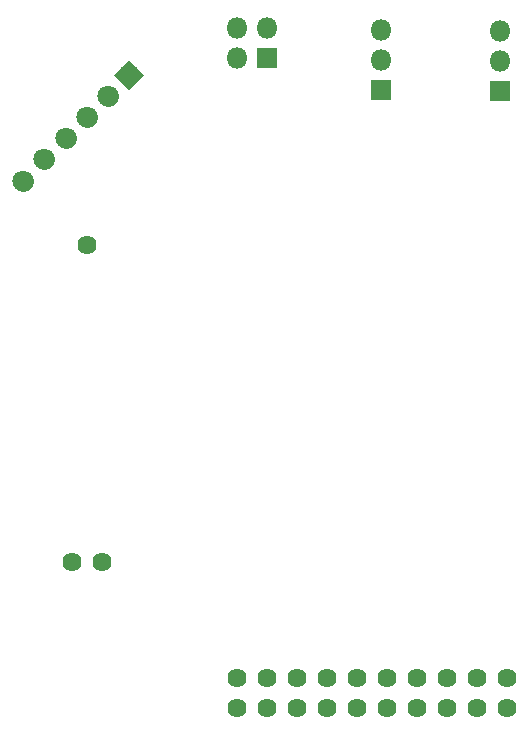
<source format=gbr>
%TF.GenerationSoftware,KiCad,Pcbnew,(5.1.4)-1*%
%TF.CreationDate,2020-10-28T09:08:47+02:00*%
%TF.ProjectId,Borta Dators,426f7274-6120-4446-9174-6f72732e6b69,rev?*%
%TF.SameCoordinates,Original*%
%TF.FileFunction,Soldermask,Bot*%
%TF.FilePolarity,Negative*%
%FSLAX46Y46*%
G04 Gerber Fmt 4.6, Leading zero omitted, Abs format (unit mm)*
G04 Created by KiCad (PCBNEW (5.1.4)-1) date 2020-10-28 09:08:47*
%MOMM*%
%LPD*%
G04 APERTURE LIST*
%ADD10C,1.624000*%
%ADD11C,1.800000*%
%ADD12C,0.100000*%
%ADD13C,1.800000*%
%ADD14O,1.800000X1.800000*%
%ADD15R,1.800000X1.800000*%
G04 APERTURE END LIST*
D10*
%TO.C,J3*%
X103570000Y-110770000D03*
X103570000Y-108230000D03*
X106110000Y-108230000D03*
X108650000Y-108230000D03*
X111190000Y-108230000D03*
X113730000Y-108230000D03*
X116270000Y-108230000D03*
X118810000Y-108230000D03*
X121350000Y-108230000D03*
X123890000Y-108230000D03*
X126430000Y-108230000D03*
X126430000Y-110770000D03*
X123890000Y-110770000D03*
X121350000Y-110770000D03*
X118810000Y-110770000D03*
X116270000Y-110770000D03*
X113730000Y-110770000D03*
X111190000Y-110770000D03*
X108650000Y-110770000D03*
X106110000Y-110770000D03*
%TD*%
%TO.C,BT1*%
X90890000Y-71550000D03*
X89620000Y-98450000D03*
X92160000Y-98450000D03*
%TD*%
D11*
%TO.C,J1*%
X94488000Y-57150000D03*
D12*
G36*
X93215208Y-57150000D02*
G01*
X94488000Y-55877208D01*
X95760792Y-57150000D01*
X94488000Y-58422792D01*
X93215208Y-57150000D01*
X93215208Y-57150000D01*
G37*
D11*
X92691949Y-58946051D03*
D13*
X92691949Y-58946051D02*
X92691949Y-58946051D01*
D11*
X90895898Y-60742102D03*
D13*
X90895898Y-60742102D02*
X90895898Y-60742102D01*
D11*
X89099846Y-62538154D03*
D13*
X89099846Y-62538154D02*
X89099846Y-62538154D01*
D11*
X87303795Y-64334205D03*
D13*
X87303795Y-64334205D02*
X87303795Y-64334205D01*
D11*
X85507744Y-66130256D03*
D13*
X85507744Y-66130256D02*
X85507744Y-66130256D01*
%TD*%
D14*
%TO.C,SW1*%
X115824000Y-53340000D03*
X115824000Y-55880000D03*
D15*
X115824000Y-58420000D03*
%TD*%
%TO.C,SW2*%
X125857000Y-58547000D03*
D14*
X125857000Y-56007000D03*
X125857000Y-53467000D03*
%TD*%
D15*
%TO.C,SW3*%
X106180000Y-55740000D03*
D14*
X103640000Y-55740000D03*
X106180000Y-53200000D03*
X103640000Y-53200000D03*
%TD*%
M02*

</source>
